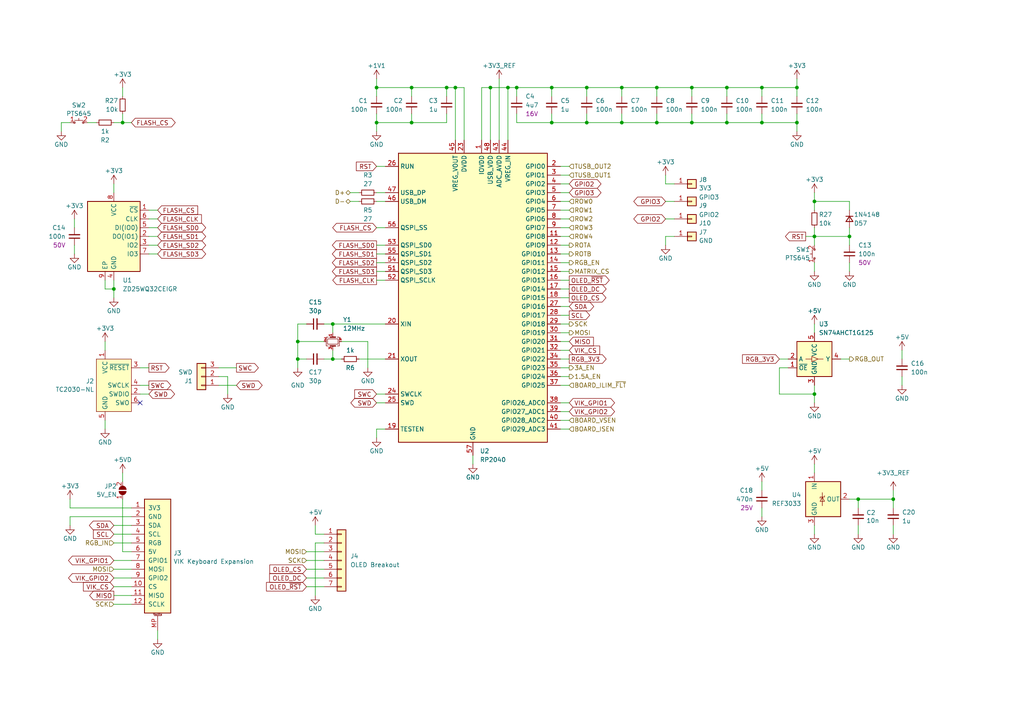
<source format=kicad_sch>
(kicad_sch (version 20230121) (generator eeschema)
  (paper "A4")
  (title_block (title "Honeydew unified split ergonomic keyboard") (date "2023-08-16") (rev "V3.1") (company "Created by Ariamelon (https://github.com/Ariamelon/Honeydew/)") (comment 1 "All capacitors 50V unless otherwise specified.") (comment 2 "Follows the VIK standard by Sadek Baroudi (https://github.com/sadekbaroudi/VIK)") (comment 3 "Licensed under CC BY 4.0."))
  (junction (at 180.34 35.56))
  (junction (at 236.22 114.3))
  (junction (at 236.22 58.42))
  (junction (at 142.24 25.4))
  (junction (at 246.38 68.58))
  (junction (at 170.18 35.56))
  (junction (at 132.08 25.4))
  (junction (at 170.18 25.4))
  (junction (at 96.52 104.14))
  (junction (at 231.14 25.4))
  (junction (at 160.02 35.56))
  (junction (at 190.5 25.4))
  (junction (at 200.66 35.56))
  (junction (at 129.54 25.4))
  (junction (at 210.82 25.4))
  (junction (at 86.36 104.14))
  (junction (at 220.98 25.4))
  (junction (at 231.14 35.56))
  (junction (at 86.36 99.06))
  (junction (at 259.08 144.78))
  (junction (at 220.98 35.56))
  (junction (at 96.52 93.98))
  (junction (at 248.92 144.78))
  (junction (at 119.38 25.4))
  (junction (at 147.32 25.4))
  (junction (at 109.22 35.56))
  (junction (at 33.02 83.82))
  (junction (at 119.38 35.56))
  (junction (at 160.02 25.4))
  (junction (at 236.22 68.58))
  (junction (at 149.86 25.4))
  (junction (at 200.66 25.4))
  (junction (at 109.22 25.4))
  (junction (at 35.56 35.56))
  (junction (at 190.5 35.56))
  (junction (at 210.82 35.56))
  (junction (at 180.34 25.4))
  (no_connect (at 40.64 116.84))
  (wire (pts (xy 190.5 25.4) (xy 200.66 25.4)))
  (wire (pts (xy 162.56 119.38) (xy 165.1 119.38)))
  (wire (pts (xy 259.08 142.24) (xy 259.08 144.78)))
  (wire (pts (xy 170.18 35.56) (xy 170.18 33.02)))
  (wire (pts (xy 236.22 66.04) (xy 236.22 68.58)))
  (wire (pts (xy 248.92 144.78) (xy 246.38 144.78)))
  (wire (pts (xy 109.22 76.2) (xy 111.76 76.2)))
  (wire (pts (xy 165.1 96.52) (xy 162.56 96.52)))
  (wire (pts (xy 109.22 73.66) (xy 111.76 73.66)))
  (wire (pts (xy 193.04 68.58) (xy 193.04 71.12)))
  (wire (pts (xy 119.38 33.02) (xy 119.38 35.56)))
  (wire (pts (xy 109.22 22.86) (xy 109.22 25.4)))
  (wire (pts (xy 33.02 170.18) (xy 38.1 170.18)))
  (wire (pts (xy 33.02 165.1) (xy 38.1 165.1)))
  (wire (pts (xy 190.5 25.4) (xy 180.34 25.4)))
  (wire (pts (xy 109.22 78.74) (xy 111.76 78.74)))
  (wire (pts (xy 33.02 175.26) (xy 38.1 175.26)))
  (wire (pts (xy 261.62 101.6) (xy 261.62 104.14)))
  (wire (pts (xy 142.24 25.4) (xy 142.24 40.64)))
  (wire (pts (xy 35.56 160.02) (xy 38.1 160.02)))
  (wire (pts (xy 165.1 91.44) (xy 162.56 91.44)))
  (wire (pts (xy 228.6 106.68) (xy 226.06 106.68)))
  (wire (pts (xy 210.82 25.4) (xy 220.98 25.4)))
  (wire (pts (xy 162.56 83.82) (xy 165.1 83.82)))
  (wire (pts (xy 132.08 25.4) (xy 134.62 25.4)))
  (wire (pts (xy 231.14 35.56) (xy 231.14 38.1)))
  (wire (pts (xy 160.02 35.56) (xy 149.86 35.56)))
  (wire (pts (xy 33.02 172.72) (xy 38.1 172.72)))
  (wire (pts (xy 226.06 106.68) (xy 226.06 114.3)))
  (wire (pts (xy 220.98 35.56) (xy 210.82 35.56)))
  (wire (pts (xy 91.44 157.48) (xy 93.98 157.48)))
  (wire (pts (xy 165.1 66.04) (xy 162.56 66.04)))
  (wire (pts (xy 160.02 25.4) (xy 160.02 27.94)))
  (wire (pts (xy 45.72 66.04) (xy 43.18 66.04)))
  (wire (pts (xy 30.48 83.82) (xy 33.02 83.82)))
  (wire (pts (xy 45.72 73.66) (xy 43.18 73.66)))
  (wire (pts (xy 17.78 35.56) (xy 20.32 35.56)))
  (wire (pts (xy 142.24 25.4) (xy 147.32 25.4)))
  (wire (pts (xy 248.92 144.78) (xy 248.92 147.32)))
  (wire (pts (xy 96.52 93.98) (xy 96.52 96.52)))
  (wire (pts (xy 162.56 116.84) (xy 165.1 116.84)))
  (wire (pts (xy 43.18 60.96) (xy 45.72 60.96)))
  (wire (pts (xy 129.54 25.4) (xy 132.08 25.4)))
  (wire (pts (xy 231.14 25.4) (xy 231.14 27.94)))
  (wire (pts (xy 193.04 50.8) (xy 193.04 53.34)))
  (wire (pts (xy 88.9 167.64) (xy 93.98 167.64)))
  (wire (pts (xy 109.22 124.46) (xy 111.76 124.46)))
  (wire (pts (xy 220.98 33.02) (xy 220.98 35.56)))
  (wire (pts (xy 246.38 68.58) (xy 246.38 66.04)))
  (wire (pts (xy 165.1 55.88) (xy 162.56 55.88)))
  (wire (pts (xy 109.22 124.46) (xy 109.22 127)))
  (wire (pts (xy 231.14 35.56) (xy 220.98 35.56)))
  (wire (pts (xy 259.08 152.4) (xy 259.08 154.94)))
  (wire (pts (xy 33.02 157.48) (xy 38.1 157.48)))
  (wire (pts (xy 193.04 68.58) (xy 195.58 68.58)))
  (wire (pts (xy 111.76 58.42) (xy 109.22 58.42)))
  (wire (pts (xy 236.22 116.84) (xy 236.22 114.3)))
  (wire (pts (xy 101.6 55.88) (xy 104.14 55.88)))
  (wire (pts (xy 86.36 93.98) (xy 86.36 99.06)))
  (wire (pts (xy 149.86 27.94) (xy 149.86 25.4)))
  (wire (pts (xy 220.98 25.4) (xy 220.98 27.94)))
  (wire (pts (xy 200.66 25.4) (xy 200.66 27.94)))
  (wire (pts (xy 35.56 144.78) (xy 35.56 160.02)))
  (wire (pts (xy 149.86 25.4) (xy 160.02 25.4)))
  (wire (pts (xy 236.22 93.98) (xy 236.22 96.52)))
  (wire (pts (xy 165.1 104.14) (xy 162.56 104.14)))
  (wire (pts (xy 162.56 58.42) (xy 165.1 58.42)))
  (wire (pts (xy 35.56 137.16) (xy 35.56 139.7)))
  (wire (pts (xy 33.02 154.94) (xy 38.1 154.94)))
  (wire (pts (xy 236.22 58.42) (xy 236.22 60.96)))
  (wire (pts (xy 165.1 111.76) (xy 162.56 111.76)))
  (wire (pts (xy 111.76 93.98) (xy 96.52 93.98)))
  (wire (pts (xy 162.56 71.12) (xy 165.1 71.12)))
  (wire (pts (xy 109.22 35.56) (xy 109.22 38.1)))
  (wire (pts (xy 33.02 81.28) (xy 33.02 83.82)))
  (wire (pts (xy 147.32 25.4) (xy 147.32 40.64)))
  (wire (pts (xy 35.56 25.4) (xy 35.56 27.94)))
  (wire (pts (xy 236.22 152.4) (xy 236.22 154.94)))
  (wire (pts (xy 162.56 121.92) (xy 165.1 121.92)))
  (wire (pts (xy 101.6 58.42) (xy 104.14 58.42)))
  (wire (pts (xy 160.02 25.4) (xy 170.18 25.4)))
  (wire (pts (xy 21.59 73.66) (xy 21.59 71.12)))
  (wire (pts (xy 33.02 83.82) (xy 33.02 86.36)))
  (wire (pts (xy 111.76 55.88) (xy 109.22 55.88)))
  (wire (pts (xy 236.22 55.88) (xy 236.22 58.42)))
  (wire (pts (xy 165.1 78.74) (xy 162.56 78.74)))
  (wire (pts (xy 129.54 33.02) (xy 129.54 35.56)))
  (wire (pts (xy 149.86 25.4) (xy 147.32 25.4)))
  (wire (pts (xy 142.24 25.4) (xy 139.7 25.4)))
  (wire (pts (xy 236.22 76.2) (xy 236.22 78.74)))
  (wire (pts (xy 220.98 147.32) (xy 220.98 149.86)))
  (wire (pts (xy 165.1 60.96) (xy 162.56 60.96)))
  (wire (pts (xy 66.04 109.22) (xy 63.5 109.22)))
  (wire (pts (xy 246.38 68.58) (xy 236.22 68.58)))
  (wire (pts (xy 236.22 68.58) (xy 236.22 71.12)))
  (wire (pts (xy 45.72 68.58) (xy 43.18 68.58)))
  (wire (pts (xy 233.68 68.58) (xy 236.22 68.58)))
  (wire (pts (xy 20.32 149.86) (xy 20.32 152.4)))
  (wire (pts (xy 91.44 154.94) (xy 93.98 154.94)))
  (wire (pts (xy 96.52 101.6) (xy 96.52 104.14)))
  (wire (pts (xy 20.32 149.86) (xy 38.1 149.86)))
  (wire (pts (xy 165.1 86.36) (xy 162.56 86.36)))
  (wire (pts (xy 109.22 48.26) (xy 111.76 48.26)))
  (wire (pts (xy 91.44 152.4) (xy 91.44 154.94)))
  (wire (pts (xy 96.52 93.98) (xy 93.98 93.98)))
  (wire (pts (xy 129.54 35.56) (xy 119.38 35.56)))
  (wire (pts (xy 33.02 162.56) (xy 38.1 162.56)))
  (wire (pts (xy 165.1 81.28) (xy 162.56 81.28)))
  (wire (pts (xy 200.66 25.4) (xy 210.82 25.4)))
  (wire (pts (xy 132.08 25.4) (xy 132.08 40.64)))
  (wire (pts (xy 165.1 48.26) (xy 162.56 48.26)))
  (wire (pts (xy 109.22 116.84) (xy 111.76 116.84)))
  (wire (pts (xy 180.34 33.02) (xy 180.34 35.56)))
  (wire (pts (xy 45.72 63.5) (xy 43.18 63.5)))
  (wire (pts (xy 170.18 25.4) (xy 180.34 25.4)))
  (wire (pts (xy 165.1 73.66) (xy 162.56 73.66)))
  (wire (pts (xy 246.38 68.58) (xy 246.38 71.12)))
  (wire (pts (xy 33.02 35.56) (xy 35.56 35.56)))
  (wire (pts (xy 248.92 144.78) (xy 259.08 144.78)))
  (wire (pts (xy 45.72 71.12) (xy 43.18 71.12)))
  (wire (pts (xy 17.78 35.56) (xy 17.78 38.1)))
  (wire (pts (xy 193.04 58.42) (xy 195.58 58.42)))
  (wire (pts (xy 88.9 165.1) (xy 93.98 165.1)))
  (wire (pts (xy 165.1 124.46) (xy 162.56 124.46)))
  (wire (pts (xy 33.02 53.34) (xy 33.02 55.88)))
  (wire (pts (xy 165.1 53.34) (xy 162.56 53.34)))
  (wire (pts (xy 165.1 101.6) (xy 162.56 101.6)))
  (wire (pts (xy 200.66 33.02) (xy 200.66 35.56)))
  (wire (pts (xy 144.78 22.86) (xy 144.78 40.64)))
  (wire (pts (xy 190.5 35.56) (xy 180.34 35.56)))
  (wire (pts (xy 261.62 111.76) (xy 261.62 109.22)))
  (wire (pts (xy 149.86 33.02) (xy 149.86 35.56)))
  (wire (pts (xy 165.1 99.06) (xy 162.56 99.06)))
  (wire (pts (xy 246.38 76.2) (xy 246.38 78.74)))
  (wire (pts (xy 119.38 25.4) (xy 109.22 25.4)))
  (wire (pts (xy 21.59 63.5) (xy 21.59 66.04)))
  (wire (pts (xy 66.04 109.22) (xy 66.04 114.3)))
  (wire (pts (xy 30.48 124.46) (xy 30.48 121.92)))
  (wire (pts (xy 43.18 106.68) (xy 40.64 106.68)))
  (wire (pts (xy 139.7 25.4) (xy 139.7 40.64)))
  (wire (pts (xy 109.22 66.04) (xy 111.76 66.04)))
  (wire (pts (xy 109.22 25.4) (xy 109.22 27.94)))
  (wire (pts (xy 190.5 35.56) (xy 190.5 33.02)))
  (wire (pts (xy 170.18 27.94) (xy 170.18 25.4)))
  (wire (pts (xy 88.9 162.56) (xy 93.98 162.56)))
  (wire (pts (xy 246.38 58.42) (xy 246.38 60.96)))
  (wire (pts (xy 165.1 63.5) (xy 162.56 63.5)))
  (wire (pts (xy 165.1 109.22) (xy 162.56 109.22)))
  (wire (pts (xy 86.36 104.14) (xy 88.9 104.14)))
  (wire (pts (xy 226.06 104.14) (xy 228.6 104.14)))
  (wire (pts (xy 30.48 99.06) (xy 30.48 101.6)))
  (wire (pts (xy 63.5 111.76) (xy 68.58 111.76)))
  (wire (pts (xy 236.22 58.42) (xy 246.38 58.42)))
  (wire (pts (xy 200.66 35.56) (xy 210.82 35.56)))
  (wire (pts (xy 119.38 25.4) (xy 119.38 27.94)))
  (wire (pts (xy 35.56 33.02) (xy 35.56 35.56)))
  (wire (pts (xy 259.08 144.78) (xy 259.08 147.32)))
  (wire (pts (xy 193.04 53.34) (xy 195.58 53.34)))
  (wire (pts (xy 165.1 68.58) (xy 162.56 68.58)))
  (wire (pts (xy 193.04 63.5) (xy 195.58 63.5)))
  (wire (pts (xy 109.22 35.56) (xy 119.38 35.56)))
  (wire (pts (xy 104.14 104.14) (xy 111.76 104.14)))
  (wire (pts (xy 165.1 93.98) (xy 162.56 93.98)))
  (wire (pts (xy 220.98 139.7) (xy 220.98 142.24)))
  (wire (pts (xy 134.62 25.4) (xy 134.62 40.64)))
  (wire (pts (xy 236.22 111.76) (xy 236.22 114.3)))
  (wire (pts (xy 88.9 160.02) (xy 93.98 160.02)))
  (wire (pts (xy 93.98 104.14) (xy 96.52 104.14)))
  (wire (pts (xy 33.02 167.64) (xy 38.1 167.64)))
  (wire (pts (xy 243.84 104.14) (xy 246.38 104.14)))
  (wire (pts (xy 180.34 35.56) (xy 170.18 35.56)))
  (wire (pts (xy 236.22 134.62) (xy 236.22 137.16)))
  (wire (pts (xy 165.1 88.9) (xy 162.56 88.9)))
  (wire (pts (xy 106.68 99.06) (xy 106.68 106.68)))
  (wire (pts (xy 165.1 50.8) (xy 162.56 50.8)))
  (wire (pts (xy 180.34 25.4) (xy 180.34 27.94)))
  (wire (pts (xy 165.1 106.68) (xy 162.56 106.68)))
  (wire (pts (xy 88.9 93.98) (xy 86.36 93.98)))
  (wire (pts (xy 210.82 25.4) (xy 210.82 27.94)))
  (wire (pts (xy 45.72 182.88) (xy 45.72 185.42)))
  (wire (pts (xy 190.5 27.94) (xy 190.5 25.4)))
  (wire (pts (xy 88.9 170.18) (xy 93.98 170.18)))
  (wire (pts (xy 91.44 157.48) (xy 91.44 172.72)))
  (wire (pts (xy 109.22 71.12) (xy 111.76 71.12)))
  (wire (pts (xy 226.06 114.3) (xy 236.22 114.3)))
  (wire (pts (xy 86.36 106.68) (xy 86.36 104.14)))
  (wire (pts (xy 129.54 25.4) (xy 129.54 27.94)))
  (wire (pts (xy 40.64 111.76) (xy 43.18 111.76)))
  (wire (pts (xy 160.02 33.02) (xy 160.02 35.56)))
  (wire (pts (xy 248.92 152.4) (xy 248.92 154.94)))
  (wire (pts (xy 25.4 35.56) (xy 27.94 35.56)))
  (wire (pts (xy 38.1 35.56) (xy 35.56 35.56)))
  (wire (pts (xy 86.36 99.06) (xy 93.98 99.06)))
  (wire (pts (xy 99.06 99.06) (xy 106.68 99.06)))
  (wire (pts (xy 40.64 114.3) (xy 43.18 114.3)))
  (wire (pts (xy 190.5 35.56) (xy 200.66 35.56)))
  (wire (pts (xy 63.5 106.68) (xy 68.58 106.68)))
  (wire (pts (xy 137.16 132.08) (xy 137.16 134.62)))
  (wire (pts (xy 231.14 33.02) (xy 231.14 35.56)))
  (wire (pts (xy 109.22 81.28) (xy 111.76 81.28)))
  (wire (pts (xy 165.1 76.2) (xy 162.56 76.2)))
  (wire (pts (xy 109.22 33.02) (xy 109.22 35.56)))
  (wire (pts (xy 33.02 152.4) (xy 38.1 152.4)))
  (wire (pts (xy 231.14 22.86) (xy 231.14 25.4)))
  (wire (pts (xy 20.32 144.78) (xy 20.32 147.32)))
  (wire (pts (xy 160.02 35.56) (xy 170.18 35.56)))
  (wire (pts (xy 231.14 25.4) (xy 220.98 25.4)))
  (wire (pts (xy 210.82 33.02) (xy 210.82 35.56)))
  (wire (pts (xy 86.36 99.06) (xy 86.36 104.14)))
  (wire (pts (xy 20.32 147.32) (xy 38.1 147.32)))
  (wire (pts (xy 119.38 25.4) (xy 129.54 25.4)))
  (wire (pts (xy 109.22 114.3) (xy 111.76 114.3)))
  (wire (pts (xy 96.52 104.14) (xy 99.06 104.14)))
  (wire (pts (xy 30.48 81.28) (xy 30.48 83.82)))
  (global_label "MISO" (shape input) (at 165.1 99.06 0) (property "Intersheetrefs" "${INTERSHEET_REFS}" (effects hide)))
  (global_label "VIK_CS" (shape input) (at 165.1 101.6 0) (property "Intersheetrefs" "${INTERSHEET_REFS}" (effects hide)))
  (global_label "GPIO3" (shape bidirectional) (at 165.1 55.88 0) (property "Intersheetrefs" "${INTERSHEET_REFS}" (effects hide)))
  (global_label "FLASH_CS" (shape bidirectional) (at 38.1 35.56 0) (property "Intersheetrefs" "${INTERSHEET_REFS}" (effects hide)))
  (global_label "RGB_3V3" (shape output) (at 165.1 104.14 0) (property "Intersheetrefs" "${INTERSHEET_REFS}" (effects hide)))
  (global_label "GPIO2" (shape bidirectional) (at 193.04 63.5 180) (property "Intersheetrefs" "${INTERSHEET_REFS}" (effects hide)))
  (global_label "FLASH_SD0" (shape output) (at 109.22 71.12 180) (property "Intersheetrefs" "${INTERSHEET_REFS}" (effects hide)))
  (global_label "VIK_GPIO1" (shape bidirectional) (at 33.02 162.56 180) (property "Intersheetrefs" "${INTERSHEET_REFS}" (effects hide)))
  (global_label "VIK_CS" (shape input) (at 33.02 170.18 180) (property "Intersheetrefs" "${INTERSHEET_REFS}" (effects hide)))
  (global_label "FLASH_SD3" (shape output) (at 109.22 78.74 180) (property "Intersheetrefs" "${INTERSHEET_REFS}" (effects hide)))
  (global_label "VIK_GPIO2" (shape bidirectional) (at 165.1 119.38 0) (property "Intersheetrefs" "${INTERSHEET_REFS}" (effects hide)))
  (global_label "SCL" (shape output) (at 165.1 91.44 0) (property "Intersheetrefs" "${INTERSHEET_REFS}" (effects hide)))
  (global_label "OLED_~{RST}" (shape output) (at 165.1 81.28 0) (property "Intersheetrefs" "${INTERSHEET_REFS}" (effects hide)))
  (global_label "VIK_GPIO1" (shape bidirectional) (at 165.1 116.84 0) (property "Intersheetrefs" "${INTERSHEET_REFS}" (effects hide)))
  (global_label "FLASH_SD3" (shape bidirectional) (at 45.72 73.66 0) (property "Intersheetrefs" "${INTERSHEET_REFS}" (effects hide)))
  (global_label "FLASH_SD2" (shape bidirectional) (at 45.72 71.12 0) (property "Intersheetrefs" "${INTERSHEET_REFS}" (effects hide)))
  (global_label "VIK_GPIO2" (shape bidirectional) (at 33.02 167.64 180) (property "Intersheetrefs" "${INTERSHEET_REFS}" (effects hide)))
  (global_label "SDA" (shape bidirectional) (at 33.02 152.4 180) (property "Intersheetrefs" "${INTERSHEET_REFS}" (effects hide)))
  (global_label "SWC" (shape output) (at 43.18 111.76 0) (property "Intersheetrefs" "${INTERSHEET_REFS}" (effects hide)))
  (global_label "SWC" (shape input) (at 109.22 114.3 180) (property "Intersheetrefs" "${INTERSHEET_REFS}" (effects hide)))
  (global_label "OLED_~{RST}" (shape input) (at 88.9 170.18 180) (property "Intersheetrefs" "${INTERSHEET_REFS}" (effects hide)))
  (global_label "FLASH_SD1" (shape bidirectional) (at 45.72 68.58 0) (property "Intersheetrefs" "${INTERSHEET_REFS}" (effects hide)))
  (global_label "SCL" (shape input) (at 33.02 154.94 180) (property "Intersheetrefs" "${INTERSHEET_REFS}" (effects hide)))
  (global_label "FLASH_CLK" (shape input) (at 45.72 63.5 0) (property "Intersheetrefs" "${INTERSHEET_REFS}" (effects hide)))
  (global_label "SWD" (shape bidirectional) (at 109.22 116.84 180) (property "Intersheetrefs" "${INTERSHEET_REFS}" (effects hide)))
  (global_label "FLASH_SD1" (shape output) (at 109.22 73.66 180) (property "Intersheetrefs" "${INTERSHEET_REFS}" (effects hide)))
  (global_label "GPIO3" (shape bidirectional) (at 193.04 58.42 180) (property "Intersheetrefs" "${INTERSHEET_REFS}" (effects hide)))
  (global_label "SWD" (shape bidirectional) (at 68.58 111.76 0) (property "Intersheetrefs" "${INTERSHEET_REFS}" (effects hide)))
  (global_label "SWD" (shape bidirectional) (at 43.18 114.3 0) (property "Intersheetrefs" "${INTERSHEET_REFS}" (effects hide)))
  (global_label "FLASH_SD2" (shape output) (at 109.22 76.2 180) (property "Intersheetrefs" "${INTERSHEET_REFS}" (effects hide)))
  (global_label "FLASH_CLK" (shape output) (at 109.22 81.28 180) (property "Intersheetrefs" "${INTERSHEET_REFS}" (effects hide)))
  (global_label "RST" (shape input) (at 109.22 48.26 180) (property "Intersheetrefs" "${INTERSHEET_REFS}" (effects hide)))
  (global_label "OLED_CS" (shape output) (at 165.1 86.36 0) (property "Intersheetrefs" "${INTERSHEET_REFS}" (effects hide)))
  (global_label "FLASH_CS" (shape input) (at 45.72 60.96 0) (property "Intersheetrefs" "${INTERSHEET_REFS}" (effects hide)))
  (global_label "GPIO2" (shape bidirectional) (at 165.1 53.34 0) (property "Intersheetrefs" "${INTERSHEET_REFS}" (effects hide)))
  (global_label "SWC" (shape output) (at 68.58 106.68 0) (property "Intersheetrefs" "${INTERSHEET_REFS}" (effects hide)))
  (global_label "RGB_3V3" (shape input) (at 226.06 104.14 180) (property "Intersheetrefs" "${INTERSHEET_REFS}" (effects hide)))
  (global_label "RST" (shape output) (at 43.18 106.68 0) (property "Intersheetrefs" "${INTERSHEET_REFS}" (effects hide)))
  (global_label "SDA" (shape bidirectional) (at 165.1 88.9 0) (property "Intersheetrefs" "${INTERSHEET_REFS}" (effects hide)))
  (global_label "RST" (shape output) (at 233.68 68.58 180) (property "Intersheetrefs" "${INTERSHEET_REFS}" (effects hide)))
  (global_label "OLED_DC" (shape input) (at 88.9 167.64 180) (property "Intersheetrefs" "${INTERSHEET_REFS}" (effects hide)))
  (global_label "OLED_CS" (shape input) (at 88.9 165.1 180) (property "Intersheetrefs" "${INTERSHEET_REFS}" (effects hide)))
  (global_label "FLASH_CS" (shape bidirectional) (at 109.22 66.04 180) (property "Intersheetrefs" "${INTERSHEET_REFS}" (effects hide)))
  (global_label "FLASH_SD0" (shape bidirectional) (at 45.72 66.04 0) (property "Intersheetrefs" "${INTERSHEET_REFS}" (effects hide)))
  (global_label "MISO" (shape output) (at 33.02 172.72 180) (property "Intersheetrefs" "${INTERSHEET_REFS}" (effects hide)))
  (global_label "OLED_DC" (shape output) (at 165.1 83.82 0) (property "Intersheetrefs" "${INTERSHEET_REFS}" (effects hide)))
  (hierarchical_label "ROTA" (shape output) (at 165.1 71.12 0))
  (hierarchical_label "ROW1" (shape input) (at 165.1 60.96 0))
  (hierarchical_label "BOARD_VSEN" (shape input) (at 165.1 121.92 0))
  (hierarchical_label "SCK" (shape input) (at 33.02 175.26 180))
  (hierarchical_label "MOSI" (shape input) (at 88.9 160.02 180))
  (hierarchical_label "D+" (shape bidirectional) (at 101.6 55.88 180))
  (hierarchical_label "ROW3" (shape input) (at 165.1 66.04 0))
  (hierarchical_label "ROTB" (shape output) (at 165.1 73.66 0))
  (hierarchical_label "TUSB_OUT1" (shape input) (at 165.1 50.8 0))
  (hierarchical_label "SCK" (shape input) (at 88.9 162.56 180))
  (hierarchical_label "RGB_IN" (shape input) (at 33.02 157.48 180))
  (hierarchical_label "D-" (shape bidirectional) (at 101.6 58.42 180))
  (hierarchical_label "TUSB_OUT2" (shape input) (at 165.1 48.26 0))
  (hierarchical_label "3A_EN" (shape output) (at 165.1 106.68 0))
  (hierarchical_label "MOSI" (shape input) (at 33.02 165.1 180))
  (hierarchical_label "MOSI" (shape output) (at 165.1 96.52 0))
  (hierarchical_label "RGB_EN" (shape output) (at 165.1 76.2 0))
  (hierarchical_label "1.5A_EN" (shape output) (at 165.1 109.22 0))
  (hierarchical_label "ROW2" (shape input) (at 165.1 63.5 0))
  (hierarchical_label "MATRIX_CS" (shape output) (at 165.1 78.74 0))
  (hierarchical_label "ROW4" (shape input) (at 165.1 68.58 0))
  (hierarchical_label "SCK" (shape output) (at 165.1 93.98 0))
  (hierarchical_label "ROW0" (shape input) (at 165.1 58.42 0))
  (hierarchical_label "BOARD_ILIM_~{FLT}" (shape input) (at 165.1 111.76 0))
  (hierarchical_label "BOARD_ISEN" (shape input) (at 165.1 124.46 0))
  (hierarchical_label "RGB_OUT" (shape output) (at 246.38 104.14 0))
  (symbol (lib_id "power:GND") (at 33.02 86.36 0) (unit 1)
    (property "Reference" "#PWR08" (effects hide))
    (property "Value" "GND" (at 33.02 90.17 0))
  )
  (symbol (lib_id "power:+3V3") (at 236.22 55.88 0) (unit 1)
    (property "Reference" "#PWR036" (effects hide))
    (property "Value" "+3V3" (at 236.22 52.07 0))
  )
  (symbol (lib_id "Memory_Flash:W25Q32JVZP") (at 33.02 68.58 0) (mirror y) (unit 1)
    (property "Reference" "U1" (at 35.56 81.28 0) (effects (justify right)))
    (property "Value" "ZD25WQ32CEIGR" (at 35.56 83.82 0) (effects (justify right)))
    (property "Footprint" "Honeydew:USON-8-1EP_3x2mm_P0.5mm_EP1.6x0.2mm" (effects hide))
    (property "LCSC" "C5258281" (effects hide))
  )
  (symbol (lib_id "power:GND") (at 231.14 38.1 0) (unit 1)
    (property "Reference" "#PWR054" (effects hide))
    (property "Value" "GND" (at 231.14 41.91 0))
  )
  (symbol (lib_id "power:+5V") (at 236.22 93.98 0) (unit 1)
    (property "Reference" "#PWR010" (effects hide))
    (property "Value" "+5V" (at 236.22 90.17 0))
    (instances (project "Honeydew" (path "" (reference "#PWR010") (unit 1)) (path "" (reference "#PWR050") (unit 1)) (path "" (reference "#PWR039") (unit 1))))
  )
  (symbol (lib_id "Device:C_Small") (at 160.02 30.48 180) (unit 1)
    (property "Reference" "C5" (at 162.56 29.2035 0) (effects (justify right)))
    (property "Value" "1u" (at 162.56 31.7435 0) (effects (justify right)))
    (property "Footprint" "Capacitor_SMD:C_0402_1005Metric" (effects hide))
    (property "Description" "0402 capacitor" (effects hide))
    (property "LCSC" "C52923" (effects hide))
    (property "Voltage" "25V" (effects hide))
  )
  (symbol (lib_id "Device:C_Small") (at 119.38 30.48 180) (unit 1)
    (property "Reference" "C2" (at 116.84 29.21 0) (effects (justify left)))
    (property "Value" "100n" (at 116.84 31.75 0) (effects (justify left)))
    (property "Footprint" "Capacitor_SMD:C_0402_1005Metric" (effects hide))
    (property "Description" "0402 capacitor" (effects hide))
    (property "LCSC" "C307331" (effects hide))
    (property "Voltage" "50V" (effects hide))
  )
  (symbol (lib_id "power:+5V") (at 236.22 134.62 0) (unit 1)
    (property "Reference" "#PWR010" (effects hide))
    (property "Value" "+5V" (at 236.22 130.81 0))
    (instances (project "Honeydew" (path "" (reference "#PWR010") (unit 1)) (path "" (reference "#PWR050") (unit 1)) (path "" (reference "#PWR043") (unit 1))))
  )
  (symbol (lib_id "Connector:Conn_ARM_SWD_TagConnect_TC2030-NL") (at 33.02 111.76 0) (unit 1) (in_bom no)
    (property "Reference" "J2" (at 27.305 110.5479 0) (effects (justify right)))
    (property "Value" "TC2030-NL" (at 27.305 112.9721 0) (effects (justify right)))
    (property "Footprint" "Connector:Tag-Connect_TC2030-IDC-NL_2x03_P1.27mm_Vertical" (effects hide))
    (property "Datasheet" "https://www.tag-connect.com/wp-content/uploads/bsk-pdf-manager/TC2030-CTX_1.pdf" (effects hide))
  )
  (symbol (lib_id "power:+5V") (at 220.98 139.7 0) (unit 1)
    (property "Reference" "#PWR010" (effects hide))
    (property "Value" "+5V" (at 220.98 135.89 0))
    (instances (project "Honeydew" (path "" (reference "#PWR010") (unit 1)) (path "" (reference "#PWR050") (unit 1)) (path "" (reference "#PWR029") (unit 1))))
  )
  (symbol (lib_id "Device:D_Small") (at 246.38 63.5 270) (unit 1)
    (property "Reference" "D57" (at 247.65 64.77 90) (effects (justify left)))
    (property "Value" "1N4148" (at 247.65 62.23 90) (effects (justify left)))
    (property "Footprint" "Honeydew:D_SOD-323" (effects hide))
    (property "Description" "SOD-323 diode" (effects hide))
    (property "LCSC" "C2128" (effects hide))
    (instances (project "Honeydew" (path "" (reference "D57") (unit 1)) (path "" (reference "D65") (unit 1))))
  )
  (symbol (lib_id "power:GND") (at 30.48 124.46 0) (unit 1)
    (property "Reference" "#PWR092" (effects hide))
    (property "Value" "GND" (at 30.48 128.27 0))
  )
  (symbol (lib_id "Device:C_Small") (at 200.66 30.48 0) (mirror x) (unit 1)
    (property "Reference" "C9" (at 203.2 29.21 0) (effects (justify left)))
    (property "Value" "100n" (at 203.2 31.75 0) (effects (justify left)))
    (property "Footprint" "Capacitor_SMD:C_0402_1005Metric" (effects hide))
    (property "Description" "0402 capacitor" (effects hide))
    (property "LCSC" "C307331" (effects hide))
    (property "Voltage" "50V" (effects hide))
  )
  (symbol (lib_id "Device:C_Small") (at 231.14 30.48 0) (mirror x) (unit 1)
    (property "Reference" "C12" (at 233.68 29.21 0) (effects (justify left)))
    (property "Value" "100n" (at 233.68 31.75 0) (effects (justify left)))
    (property "Footprint" "Capacitor_SMD:C_0402_1005Metric" (effects hide))
    (property "Description" "0402 capacitor" (effects hide))
    (property "LCSC" "C307331" (effects hide))
    (property "Voltage" "50V" (effects hide))
  )
  (symbol (lib_id "power:GND") (at 261.62 111.76 0) (unit 1)
    (property "Reference" "#PWR059" (effects hide))
    (property "Value" "GND" (at 261.62 115.57 0))
  )
  (symbol (lib_id "Device:R_Small") (at 101.6 104.14 90) (unit 1)
    (property "Reference" "R6" (at 101.6 106.68 90))
    (property "Value" "1k" (at 101.6 101.6 90))
    (property "Footprint" "Resistor_SMD:R_0402_1005Metric" (effects hide))
    (property "Description" "0402 resistor" (effects hide))
    (property "LCSC" "C11702" (effects hide))
  )
  (symbol (lib_id "Honeydew:+3V3_REF") (at 259.08 142.24 0) (unit 1)
    (property "Reference" "#PWR055" (effects hide))
    (property "Value" "+3V3_REF" (at 259.08 137.16 0))
  )
  (symbol (lib_id "power:GND") (at 66.04 114.3 0) (mirror y) (unit 1)
    (property "Reference" "#PWR013" (effects hide))
    (property "Value" "GND" (at 66.04 118.11 0))
  )
  (symbol (lib_id "Device:C_Small") (at 129.54 30.48 0) (mirror x) (unit 1)
    (property "Reference" "C3" (at 127 29.2035 0) (effects (justify right)))
    (property "Value" "1u" (at 127 31.7435 0) (effects (justify right)))
    (property "Footprint" "Capacitor_SMD:C_0402_1005Metric" (effects hide))
    (property "Description" "0402 capacitor" (effects hide))
    (property "LCSC" "C52923" (effects hide))
    (property "Voltage" "25V" (effects hide))
  )
  (symbol (lib_id "Honeydew:SN74AHCT1G125") (at 236.22 104.14 0) (unit 1)
    (property "Reference" "U3" (at 237.49 93.98 0) (effects (justify left)))
    (property "Value" "SN74AHCT1G125" (at 237.49 96.52 0) (effects (justify left)))
    (property "Footprint" "Package_TO_SOT_SMD:SOT-353_SC-70-5" (effects hide))
    (property "LCSC" "C350557" (effects hide))
    (property "Description" "Level shifter" (effects hide))
  )
  (symbol (lib_id "power:+3V3") (at 231.14 22.86 0) (unit 1)
    (property "Reference" "#PWR051" (effects hide))
    (property "Value" "+3V3" (at 231.14 19.05 0))
  )
  (symbol (lib_id "Connector_Generic:Conn_01x01") (at 200.66 63.5 0) (mirror x) (unit 1) (in_bom no)
    (property "Reference" "J10" (at 202.692 64.7121 0) (effects (justify left)))
    (property "Value" "GPIO2" (at 202.692 62.2879 0) (effects (justify left)))
    (property "Footprint" "TestPoint:TestPoint_Pad_D1.5mm" (effects hide))
  )
  (symbol (lib_id "Device:C_Small") (at 248.92 149.86 180) (unit 1)
    (property "Reference" "C2" (at 251.2568 148.6916 0) (effects (justify right)))
    (property "Value" "10n" (at 251.2568 151.003 0) (effects (justify right)))
    (property "Footprint" "Capacitor_SMD:C_0402_1005Metric" (effects hide))
    (property "Description" "0402 capacitor" (effects hide))
    (property "LCSC" "C15195" (effects hide))
    (property "Voltage" "50V" (effects hide))
    (instances (project "Honeydew" (path "" (reference "C2") (unit 1)) (path "" (reference "C19") (unit 1))))
  )
  (symbol (lib_id "power:GND") (at 236.22 116.84 0) (unit 1)
    (property "Reference" "#PWR041" (effects hide))
    (property "Value" "GND" (at 236.22 120.65 0))
  )
  (symbol (lib_id "power:GND") (at 248.92 154.94 0) (unit 1)
    (property "Reference" "#PWR049" (effects hide))
    (property "Value" "GND" (at 248.92 158.75 0))
  )
  (symbol (lib_id "Device:C_Small") (at 149.86 30.48 180) (unit 1)
    (property "Reference" "C4" (at 152.4 27.94 0) (effects (justify right)))
    (property "Value" "4u7" (at 152.4 30.48 0) (effects (justify right)))
    (property "Footprint" "Capacitor_SMD:C_0603_1608Metric" (effects hide))
    (property "Description" "0603 capacitor" (effects hide))
    (property "LCSC" "C19666" (effects hide))
    (property "Voltage" "16V" (at 152.4 33.02 0) (effects (justify right)))
  )
  (symbol (lib_id "Connector_Generic:Conn_01x03") (at 58.42 109.22 180) (unit 1) (in_bom no)
    (property "Reference" "J1" (at 55.88 110.4869 0) (effects (justify left)))
    (property "Value" "SWD" (at 55.88 107.95 0) (effects (justify left)))
    (property "Footprint" "Honeydew:Header_SWD" (effects hide))
    (property "Description" "DNP" (effects hide))
  )
  (symbol (lib_id "Device:R_Small") (at 35.56 30.48 0) (unit 1)
    (property "Reference" "R27" (at 34.29 29.21 0) (effects (justify right)))
    (property "Value" "10k" (at 34.29 31.75 0) (effects (justify right)))
    (property "Footprint" "Resistor_SMD:R_0402_1005Metric" (effects hide))
    (property "Description" "0402 resistor" (effects hide))
    (property "LCSC" "C25744" (effects hide))
    (instances (project "Honeydew" (path "" (reference "R27") (unit 1)) (path "" (reference "R1") (unit 1))))
  )
  (symbol (lib_id "power:+3V3") (at 193.04 50.8 0) (unit 1)
    (property "Reference" "#PWR023" (effects hide))
    (property "Value" "+3V3" (at 193.04 46.99 0))
  )
  (symbol (lib_id "power:GND") (at 20.32 152.4 0) (unit 1)
    (property "Reference" "#PWR?" (effects hide))
    (property "Value" "GND" (at 20.32 156.21 0))
    (instances (project "Honeydew" (path "" (reference "#PWR?") (unit 1)) (path "" (reference "#PWR03") (unit 1))))
  )
  (symbol (lib_id "power:+5V") (at 261.62 101.6 0) (unit 1)
    (property "Reference" "#PWR010" (effects hide))
    (property "Value" "+5V" (at 261.62 97.79 0))
    (instances (project "Honeydew" (path "" (reference "#PWR010") (unit 1)) (path "" (reference "#PWR050") (unit 1)) (path "" (reference "#PWR057") (unit 1))))
  )
  (symbol (lib_id "power:+1V1") (at 109.22 22.86 0) (unit 1)
    (property "Reference" "#PWR019" (effects hide))
    (property "Value" "+1V1" (at 109.22 19.05 0))
  )
  (symbol (lib_id "Device:C_Small") (at 91.44 104.14 90) (unit 1)
    (property "Reference" "C17" (at 91.44 107.95 90))
    (property "Value" "30p" (at 91.44 110.49 90))
    (property "Footprint" "Capacitor_SMD:C_0402_1005Metric" (effects hide))
    (property "Description" "0402 capacitor" (effects hide))
    (property "LCSC" "C1570" (effects hide))
    (property "Voltage" "50V" (effects hide))
  )
  (symbol (lib_id "Honeydew:SW_SPST_Small") (at 236.22 73.66 90) (unit 1)
    (property "Reference" "SW1" (at 234.95 72.39 90) (effects (justify left)))
    (property "Value" "PTS645" (at 234.95 74.8142 90) (effects (justify left)))
    (property "Footprint" "Honeydew:SW_SPST_PTS645" (effects hide))
    (property "Description" "Momentary pushbutton" (effects hide))
    (property "LCSC" "C285466" (effects hide))
    (instances (project "Galia" (path "" (reference "SW1") (unit 1))) (project "Honeydew" (path "" (reference "SW67") (unit 1)) (path "" (reference "SW68") (unit 1))))
  )
  (symbol (lib_id "Device:C_Small") (at 190.5 30.48 0) (mirror x) (unit 1)
    (property "Reference" "C8" (at 193.04 29.21 0) (effects (justify left)))
    (property "Value" "100n" (at 193.04 31.75 0) (effects (justify left)))
    (property "Footprint" "Capacitor_SMD:C_0402_1005Metric" (effects hide))
    (property "Description" "0402 capacitor" (effects hide))
    (property "LCSC" "C307331" (effects hide))
    (property "Voltage" "50V" (effects hide))
  )
  (symbol (lib_id "power:GND") (at 137.16 134.62 0) (unit 1)
    (property "Reference" "#PWR022" (effects hide))
    (property "Value" "GND" (at 137.16 138.43 0))
  )
  (symbol (lib_id "power:+3V3") (at 35.56 25.4 0) (mirror y) (unit 1)
    (property "Reference" "#PWR011" (effects hide))
    (property "Value" "+3V3" (at 35.56 21.59 0))
  )
  (symbol (lib_id "Device:C_Small") (at 170.18 30.48 0) (mirror x) (unit 1)
    (property "Reference" "C6" (at 172.72 29.21 0) (effects (justify left)))
    (property "Value" "100n" (at 172.72 31.75 0) (effects (justify left)))
    (property "Footprint" "Capacitor_SMD:C_0402_1005Metric" (effects hide))
    (property "Description" "0402 capacitor" (effects hide))
    (property "LCSC" "C307331" (effects hide))
    (property "Voltage" "50V" (effects hide))
  )
  (symbol (lib_id "power:GND") (at 109.22 127 0) (unit 1)
    (property "Reference" "#PWR021" (effects hide))
    (property "Value" "GND" (at 109.22 130.81 0))
  )
  (symbol (lib_id "power:GND") (at 17.78 38.1 0) (unit 1)
    (property "Reference" "#PWR060" (effects hide))
    (property "Value" "GND" (at 17.78 41.91 0))
  )
  (symbol (lib_id "Device:Crystal_GND24_Small") (at 96.52 99.06 270) (unit 1)
    (property "Reference" "Y1" (at 99.4477 92.71 90) (effects (justify left)))
    (property "Value" "12MHz" (at 99.4477 95.25 90) (effects (justify left)))
    (property "Footprint" "Crystal:Crystal_SMD_3225-4Pin_3.2x2.5mm" (effects hide))
    (property "Description" "12MHz crystal" (effects hide))
    (property "LCSC" "C9002" (effects hide))
  )
  (symbol (lib_id "Device:C_Small") (at 91.44 93.98 90) (mirror x) (unit 1)
    (property "Reference" "C15" (at 91.4463 87.63 90))
    (property "Value" "30p" (at 91.4463 90.17 90))
    (property "Footprint" "Capacitor_SMD:C_0402_1005Metric" (effects hide))
    (property "Description" "0402 capacitor" (effects hide))
    (property "LCSC" "C1570" (effects hide))
    (property "Voltage" "50V" (effects hide))
  )
  (symbol (lib_id "Connector_Generic:Conn_01x01") (at 200.66 68.58 0) (unit 1) (in_bom no)
    (property "Reference" "J7" (at 202.692 67.3679 0) (effects (justify left)))
    (property "Value" "GND" (at 202.692 69.7921 0) (effects (justify left)))
    (property "Footprint" "TestPoint:TestPoint_Pad_D1.5mm" (effects hide))
  )
  (symbol (lib_id "Device:C_Small") (at 220.98 30.48 0) (mirror x) (unit 1)
    (property "Reference" "C11" (at 223.52 29.21 0) (effects (justify left)))
    (property "Value" "100n" (at 223.52 31.75 0) (effects (justify left)))
    (property "Footprint" "Capacitor_SMD:C_0402_1005Metric" (effects hide))
    (property "Description" "0402 capacitor" (effects hide))
    (property "LCSC" "C307331" (effects hide))
    (property "Voltage" "50V" (effects hide))
  )
  (symbol (lib_id "Device:C_Small") (at 220.98 144.78 180) (unit 1)
    (property "Reference" "C18" (at 218.44 142.2336 0) (effects (justify left)))
    (property "Value" "470n" (at 218.44 144.7736 0) (effects (justify left)))
    (property "Footprint" "Capacitor_SMD:C_0603_1608Metric" (effects hide))
    (property "Description" "0603 capacitor" (effects hide))
    (property "LCSC" "C1623" (effects hide))
    (property "Voltage" "25V" (at 218.44 147.3136 0) (effects (justify left)))
  )
  (symbol (lib_id "Device:C_Small") (at 109.22 30.48 180) (unit 1)
    (property "Reference" "C1" (at 106.68 29.21 0) (effects (justify left)))
    (property "Value" "100n" (at 106.68 31.75 0) (effects (justify left)))
    (property "Footprint" "Capacitor_SMD:C_0402_1005Metric" (effects hide))
    (property "Description" "0402 capacitor" (effects hide))
    (property "LCSC" "C307331" (effects hide))
    (property "Voltage" "50V" (effects hide))
  )
  (symbol (lib_id "Connector_Generic:Conn_01x07") (at 99.06 162.56 0) (unit 1)
    (property "Reference" "J4" (at 101.6 161.29 0) (effects (justify left)))
    (property "Value" "OLED Breakout" (at 101.6 163.83 0) (effects (justify left)))
    (property "Footprint" "Honeydew:OLED_1.5_SSD1351_128x128" (effects hide))
    (property "Description" "DNP" (effects hide))
  )
  (symbol (lib_id "Honeydew:vik-keyboard-connector") (at 45.72 160.02 0) (unit 1)
    (property "Reference" "J3" (at 50.292 160.4335 0) (effects (justify left)))
    (property "Value" "VIK Keyboard Expansion" (at 50.292 162.8577 0) (effects (justify left)))
    (property "Footprint" "Honeydew:vik-keyboard-connector-horizontal" (effects hide))
    (property "Description" "FFC receptacle" (effects hide))
    (property "LCSC" "C88360" (effects hide))
  )
  (symbol (lib_id "Device:R_Small") (at 236.22 63.5 0) (mirror y) (unit 1)
    (property "Reference" "R27" (at 237.49 62.23 0) (effects (justify right)))
    (property "Value" "10k" (at 237.49 64.77 0) (effects (justify right)))
    (property "Footprint" "Resistor_SMD:R_0402_1005Metric" (effects hide))
    (property "Description" "0402 resistor" (effects hide))
    (property "LCSC" "C25744" (effects hide))
    (instances (project "Honeydew" (path "" (reference "R27") (unit 1)) (path "" (reference "R4") (unit 1))))
  )
  (symbol (lib_id "power:GND") (at 106.68 106.68 0) (unit 1)
    (property "Reference" "#PWR018" (effects hide))
    (property "Value" "GND" (at 106.68 110.49 0))
  )
  (symbol (lib_id "Device:C_Small") (at 21.59 68.58 180) (unit 1)
    (property "Reference" "C14" (at 19.05 66.04 0) (effects (justify left)))
    (property "Value" "100n" (at 19.05 68.58 0) (effects (justify left)))
    (property "Footprint" "Capacitor_SMD:C_0402_1005Metric" (effects hide))
    (property "Description" "0402 capacitor" (effects hide))
    (property "LCSC" "C307331" (effects hide))
    (property "Voltage" "50V" (at 19.05 71.12 0) (effects (justify left)))
  )
  (symbol (lib_id "Honeydew:+3V3_REF") (at 144.78 22.86 0) (unit 1)
    (property "Reference" "#PWR025" (effects hide))
    (property "Value" "+3V3_REF" (at 144.78 19.05 0))
  )
  (symbol (lib_id "Device:C_Small") (at 246.38 73.66 0) (mirror x) (unit 1)
    (property "Reference" "C13" (at 248.92 71.12 0) (effects (justify left)))
    (property "Value" "100n" (at 248.92 73.66 0) (effects (justify left)))
    (property "Footprint" "Capacitor_SMD:C_0402_1005Metric" (effects hide))
    (property "Description" "0402 capacitor" (effects hide))
    (property "LCSC" "C307331" (effects hide))
    (property "Voltage" "50V" (at 248.92 76.2 0) (effects (justify left)))
  )
  (symbol (lib_id "power:GND") (at 21.59 73.66 0) (unit 1)
    (property "Reference" "#PWR06" (effects hide))
    (property "Value" "GND" (at 21.59 77.47 0))
  )
  (symbol (lib_id "power:GND") (at 45.72 185.42 0) (unit 1)
    (property "Reference" "#PWR?" (effects hide))
    (property "Value" "GND" (at 45.72 189.23 0))
    (instances (project "Honeydew" (path "" (reference "#PWR?") (unit 1)) (path "" (reference "#PWR014") (unit 1))))
  )
  (symbol (lib_name "+3V3_1") (lib_id "power:+3V3") (at 20.32 144.78 0) (unit 1)
    (property "Reference" "#PWR01" (effects hide))
    (property "Value" "+3V3" (at 20.32 140.97 0))
  )
  (symbol (lib_id "Reference_Voltage:REF3033") (at 238.76 144.78 0) (unit 1)
    (property "Reference" "U4" (at 232.41 143.51 0) (effects (justify right)))
    (property "Value" "REF3033" (at 232.41 146.05 0) (effects (justify right)))
    (property "Footprint" "Honeydew:SOT-23-3" (effects hide))
    (property "Datasheet" "http://www.ti.com/lit/ds/symlink/ref3033.pdf" (effects hide))
    (property "LCSC" "C36658" (effects hide))
  )
  (symbol (lib_id "Device:R_Small") (at 106.68 55.88 90) (unit 1)
    (property "Reference" "R3" (at 106.68 50.8 90))
    (property "Value" "27" (at 106.68 53.34 90))
    (property "Footprint" "Resistor_SMD:R_0402_1005Metric" (effects hide))
    (property "Description" "0402 resistor" (effects hide))
    (property "LCSC" "C25100" (effects hide))
  )
  (symbol (lib_id "power:GND") (at 259.08 154.94 0) (unit 1)
    (property "Reference" "#PWR056" (effects hide))
    (property "Value" "GND" (at 259.08 158.75 0))
  )
  (symbol (lib_id "Connector_Generic:Conn_01x01") (at 200.66 53.34 0) (unit 1) (in_bom no)
    (property "Reference" "J8" (at 202.692 52.1279 0) (effects (justify left)))
    (property "Value" "3V3" (at 202.692 54.5521 0) (effects (justify left)))
    (property "Footprint" "TestPoint:TestPoint_Pad_D1.5mm" (effects hide))
  )
  (symbol (lib_id "power:+3V3") (at 33.02 53.34 0) (unit 1)
    (property "Reference" "#PWR07" (effects hide))
    (property "Value" "+3V3" (at 33.02 49.53 0))
  )
  (symbol (lib_id "Device:C_Small") (at 210.82 30.48 0) (mirror x) (unit 1)
    (property "Reference" "C10" (at 213.36 29.21 0) (effects (justify left)))
    (property "Value" "100n" (at 213.36 31.75 0) (effects (justify left)))
    (property "Footprint" "Capacitor_SMD:C_0402_1005Metric" (effects hide))
    (property "Description" "0402 capacitor" (effects hide))
    (property "LCSC" "C307331" (effects hide))
    (property "Voltage" "50V" (effects hide))
  )
  (symbol (lib_id "Connector_Generic:Conn_01x01") (at 200.66 58.42 0) (mirror x) (unit 1) (in_bom no)
    (property "Reference" "J9" (at 202.692 59.6321 0) (effects (justify left)))
    (property "Value" "GPIO3" (at 202.692 57.2079 0) (effects (justify left)))
    (property "Footprint" "TestPoint:TestPoint_Pad_D1.5mm" (effects hide))
  )
  (symbol (lib_id "power:GND") (at 193.04 71.12 0) (unit 1)
    (property "Reference" "#PWR024" (effects hide))
    (property "Value" "GND" (at 193.04 74.93 0))
  )
  (symbol (lib_id "power:GND") (at 91.44 172.72 0) (unit 1)
    (property "Reference" "#PWR?" (effects hide))
    (property "Value" "GND" (at 91.44 176.53 0))
    (instances (project "Honeydew" (path "" (reference "#PWR?") (unit 1)) (path "" (reference "#PWR017") (unit 1))))
  )
  (symbol (lib_id "power:GND") (at 220.98 149.86 0) (unit 1)
    (property "Reference" "#PWR030" (effects hide))
    (property "Value" "GND" (at 220.98 153.67 0))
  )
  (symbol (lib_id "power:+5V") (at 91.44 152.4 0) (unit 1)
    (property "Reference" "#PWR010" (effects hide))
    (property "Value" "+5V" (at 91.44 148.59 0))
    (instances (project "Honeydew" (path "" (reference "#PWR010") (unit 1)) (path "" (reference "#PWR050") (unit 1)) (path "" (reference "#PWR016") (unit 1))))
  )
  (symbol (lib_id "power:GND") (at 86.36 106.68 0) (unit 1)
    (property "Reference" "#PWR015" (effects hide))
    (property "Value" "GND" (at 86.36 111.76 0))
  )
  (symbol (lib_id "power:GND") (at 246.38 78.74 0) (unit 1)
    (property "Reference" "#PWR038" (effects hide))
    (property "Value" "GND" (at 246.38 82.55 0))
  )
  (symbol (lib_id "Device:R_Small") (at 106.68 58.42 90) (mirror x) (unit 1)
    (property "Reference" "R5" (at 106.68 60.96 90))
    (property "Value" "27" (at 106.68 63.5 90))
    (property "Footprint" "Resistor_SMD:R_0402_1005Metric" (effects hide))
    (property "Description" "0402 resistor" (effects hide))
    (property "LCSC" "C25100" (effects hide))
  )
  (symbol (lib_id "power:+3V3") (at 30.48 99.06 0) (unit 1)
    (property "Reference" "#PWR090" (effects hide))
    (property "Value" "+3V3" (at 30.48 95.25 0))
  )
  (symbol (lib_id "power:+5VD") (at 35.56 137.16 0) (unit 1)
    (property "Reference" "#PWR0110" (effects hide))
    (property "Value" "+5VD" (at 35.56 133.35 0))
    (instances (project "Honeydew" (path "" (reference "#PWR0110") (unit 1)) (path "" (reference "#PWR012") (unit 1))))
  )
  (symbol (lib_id "power:GND") (at 236.22 154.94 0) (unit 1)
    (property "Reference" "#PWR047" (effects hide))
    (property "Value" "GND" (at 236.22 158.75 0))
  )
  (symbol (lib_id "Honeydew:SolderJumper_2_Open") (at 35.56 142.24 270) (mirror x) (unit 1) (in_bom no)
    (property "Reference" "JP2" (at 33.909 141.0279 90) (effects (justify right)))
    (property "Value" "5V_EN" (at 33.909 143.4521 90) (effects (justify right)))
    (property "Footprint" "Jumper:SolderJumper-2_P1.3mm_Open_Pad1.0x1.5mm" (effects hide))
  )
  (symbol (lib_id "power:GND") (at 236.22 78.74 0) (unit 1)
    (property "Reference" "#PWR026" (effects hide))
    (property "Value" "GND" (at 236.22 82.55 0))
  )
  (symbol (lib_id "Device:C_Small") (at 259.08 149.86 180) (unit 1)
    (property "Reference" "C20" (at 261.62 148.5835 0) (effects (justify right)))
    (property "Value" "1u" (at 261.62 151.1235 0) (effects (justify right)))
    (property "Footprint" "Capacitor_SMD:C_0402_1005Metric" (effects hide))
    (property "Description" "0402 capacitor" (effects hide))
    (property "LCSC" "C52923" (effects hide))
    (property "Voltage" "25V" (effects hide))
  )
  (symbol (lib_id "MCU_RaspberryPi:RP2040") (at 137.16 86.36 0) (unit 1)
    (property "Reference" "U2" (at 139.1794 130.81 0) (effects (justify left)))
    (property "Value" "RP2040" (at 139.1794 133.35 0) (effects (justify left)))
    (property "Footprint" "Honeydew:QFN-56-1EP_7x7mm_P0.4mm_EP3.2x3.2mm_ThermalVias" (effects hide))
    (property "Description" "MCU" (effects hide))
    (property "LCSC" "C2040" (effects hide))
  )
  (symbol (lib_id "Device:C_Small") (at 180.34 30.48 0) (mirror x) (unit 1)
    (property "Reference" "C7" (at 182.88 29.21 0) (effects (justify left)))
    (property "Value" "100n" (at 182.88 31.75 0) (effects (justify left)))
    (property "Footprint" "Capacitor_SMD:C_0402_1005Metric" (effects hide))
    (property "Description" "0402 capacitor" (effects hide))
    (property "LCSC" "C307331" (effects hide))
    (property "Voltage" "50V" (effects hide))
  )
  (symbol (lib_id "Honeydew:SW_SPST_Small") (at 22.86 35.56 0) (unit 1)
    (property "Reference" "SW2" (at 22.86 30.5267 0))
    (property "Value" "PTS645" (at 22.86 32.9509 0))
    (property "Footprint" "Honeydew:SW_SPST_PTS645" (effects hide))
    (property "Description" "Momentary pushbutton" (effects hide))
    (property "LCSC" "C285466" (effects hide))
    (instances (project "Galia" (path "" (reference "SW2") (unit 1))) (project "Honeydew" (path "" (reference "SW68") (unit 1)) (path "" (reference "SW69") (unit 1))))
  )
  (symbol (lib_id "power:GND") (at 109.22 38.1 0) (unit 1)
    (property "Reference" "#PWR020" (effects hide))
    (property "Value" "GND" (at 109.22 41.91 0))
  )
  (symbol (lib_id "Device:R_Small") (at 30.48 35.56 270) (unit 1)
    (property "Reference" "R2" (at 30.48 40.64 90))
    (property "Value" "1k" (at 30.48 38.1 90))
    (property "Footprint" "Resistor_SMD:R_0402_1005Metric" (effects hide))
    (property "Description" "0402 resistor" (effects hide))
    (property "LCSC" "C11702" (effects hide))
  )
  (symbol (lib_id "power:+3V3") (at 21.59 63.5 0) (unit 1)
    (property "Reference" "#PWR04" (effects hide))
    (property "Value" "+3V3" (at 21.59 59.69 0))
  )
  (symbol (lib_id "Device:C_Small") (at 261.62 106.68 0) (mirror x) (unit 1)
    (property "Reference" "C16" (at 264.16 105.41 0) (effects (justify left)))
    (property "Value" "100n" (at 264.16 107.95 0) (effects (justify left)))
    (property "Footprint" "Capacitor_SMD:C_0402_1005Metric" (effects hide))
    (property "Description" "0402 capacitor" (effects hide))
    (property "LCSC" "C307331" (effects hide))
    (property "Voltage" "50V" (effects hide))
  )
)
</source>
